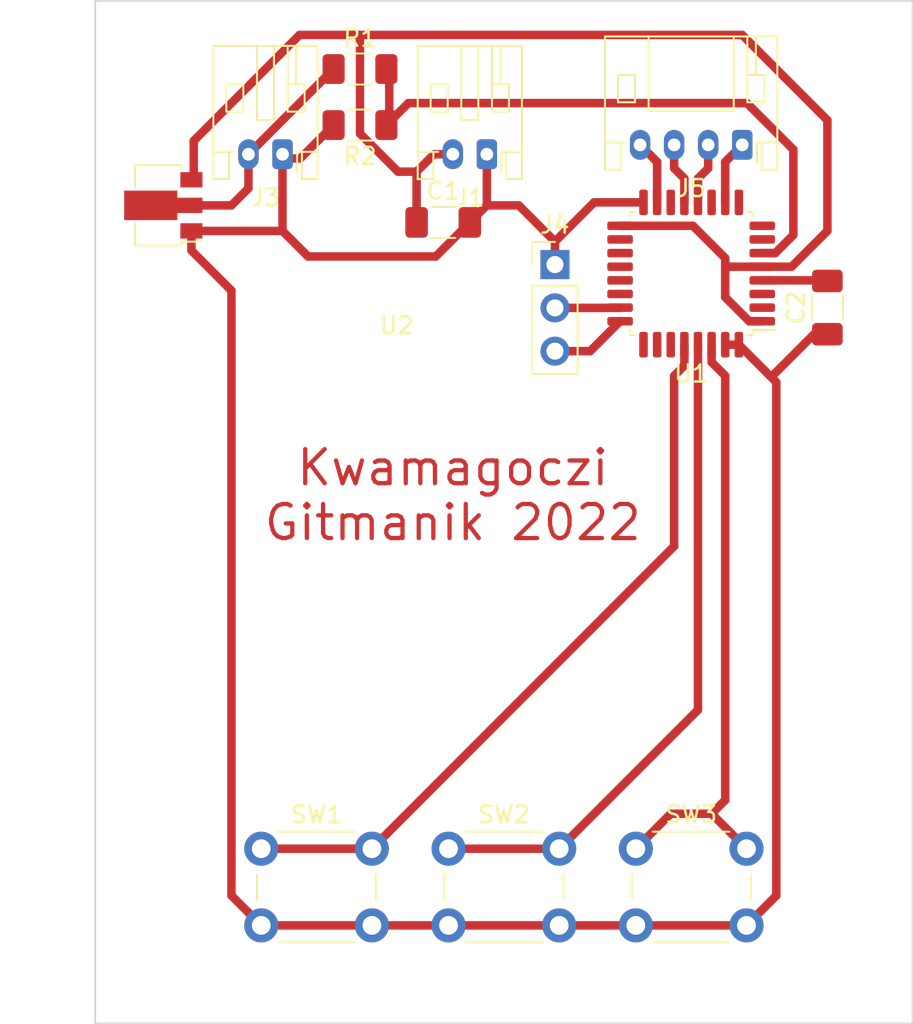
<source format=kicad_pcb>
(kicad_pcb (version 20211014) (generator pcbnew)
  (layers (0 "F.Cu" mixed) (31 "B.Cu" jumper) (34 "B.Paste" user) (35 "F.Paste" user) (36 "B.SilkS" user "B.Silkscreen") (37 "F.SilkS" user "F.Silkscreen") (38 "B.Mask" user) (39 "F.Mask" user) (44 "Edge.Cuts" user))
  (net 0 "")
  (net 1 "GND")
  (net 2 "E_RST")
  (net 3 "E_DC")
  (net 4 "+3V3")
  (net 5 "E_CLK")
  (net 6 "E_MOSI")
  (net 7 "B1")
  (net 8 "B3")
  (net 9 "Net-(C2-Pad2)")
  (net 10 "B2")
  (net 11 "SWDIO")
  (net 12 "SWCLK")
  (net 13 "BAT")
  (net 21 "Net-(J3-Pad2)")
  (footprint "Capacitor_SMD:C_1206_3216Metric_Pad1.33x1.80mm_HandSolder" (layer "F.Cu") (at 64 68 90)
    (fp_text reference "C2" (at 0 -1.85 90) (layer "F.SilkS"))
    (fp_text value "100n")
    (fp_line (start -0.711252 0.91) (end 0.711252 0.91) (layer "F.SilkS") (width 0.12))
    (fp_line (start -0.711252 -0.91) (end 0.711252 -0.91) (layer "F.SilkS") (width 0.12))
    (pad "1" smd roundrect (at -1.5625 0 90) (size 1.325 1.8) (layers "F.Cu" "F.Paste" "F.Mask") (roundrect_rratio 0.188679) (net 1 "GND"))
    (pad "2" smd roundrect (at 1.5625 0 90) (size 1.325 1.8) (layers "F.Cu" "F.Paste" "F.Mask") (roundrect_rratio 0.188679) (net 9 "Net-(C2-Pad2)"))
  )
  (footprint "Button_Switch_THT:SW_PUSH_6mm_H7.3mm" (layer "F.Cu") (at 30.75 99.75)
    (fp_text reference "SW1" (at 3.25 -2) (layer "F.SilkS"))
    (fp_text value "Button1")
    (fp_line (start 5.5 -1) (end 1 -1) (layer "F.SilkS") (width 0.12))
    (fp_line (start 1 5.5) (end 5.5 5.5) (layer "F.SilkS") (width 0.12))
    (fp_line (start 6.75 3) (end 6.75 1.5) (layer "F.SilkS") (width 0.12))
    (fp_line (start -0.25 1.5) (end -0.25 3) (layer "F.SilkS") (width 0.12))
    (pad "1" thru_hole circle (at 0 0 90) (size 2 2) (drill 1.1) (layers *.Cu *.Mask) (net 7 "B1"))
    (pad "1" thru_hole circle (at 6.5 0 90) (size 2 2) (drill 1.1) (layers *.Cu *.Mask) (net 7 "B1"))
    (pad "2" thru_hole circle (at 0 4.5 90) (size 2 2) (drill 1.1) (layers *.Cu *.Mask) (net 1 "GND"))
    (pad "2" thru_hole circle (at 6.5 4.5 90) (size 2 2) (drill 1.1) (layers *.Cu *.Mask) (net 1 "GND"))
  )
  (footprint "Resistor_SMD:R_1206_3216Metric_Pad1.30x1.75mm_HandSolder" (layer "F.Cu") (at 36.55 57.29 180)
    (fp_text reference "R2" (at 0 -1.82) (layer "F.SilkS"))
    (fp_text value "9.1k")
    (fp_line (start -0.727064 -0.91) (end 0.727064 -0.91) (layer "F.SilkS") (width 0.12))
    (fp_line (start -0.727064 0.91) (end 0.727064 0.91) (layer "F.SilkS") (width 0.12))
    (pad "1" smd roundrect (at -1.55 0 180) (size 1.3 1.75) (layers "F.Cu" "F.Paste" "F.Mask") (roundrect_rratio 0.192308) (net 13 "BAT"))
    (pad "2" smd roundrect (at 1.55 0 180) (size 1.3 1.75) (layers "F.Cu" "F.Paste" "F.Mask") (roundrect_rratio 0.192308) (net 1 "GND"))
  )
  (footprint "Button_Switch_THT:SW_PUSH_6mm_H7.3mm" (layer "F.Cu") (at 52.75 99.75)
    (fp_text reference "SW3" (at 3.25 -2) (layer "F.SilkS"))
    (fp_text value "Button3")
    (fp_line (start -0.25 1.5) (end -0.25 3) (layer "F.SilkS") (width 0.12))
    (fp_line (start 6.75 3) (end 6.75 1.5) (layer "F.SilkS") (width 0.12))
    (fp_line (start 5.5 -1) (end 1 -1) (layer "F.SilkS") (width 0.12))
    (fp_line (start 1 5.5) (end 5.5 5.5) (layer "F.SilkS") (width 0.12))
    (pad "1" thru_hole circle (at 0 0 90) (size 2 2) (drill 1.1) (layers *.Cu *.Mask) (net 8 "B3"))
    (pad "1" thru_hole circle (at 6.5 0 90) (size 2 2) (drill 1.1) (layers *.Cu *.Mask) (net 8 "B3"))
    (pad "2" thru_hole circle (at 0 4.5 90) (size 2 2) (drill 1.1) (layers *.Cu *.Mask) (net 1 "GND"))
    (pad "2" thru_hole circle (at 6.5 4.5 90) (size 2 2) (drill 1.1) (layers *.Cu *.Mask) (net 1 "GND"))
  )
  (footprint "Button_Switch_THT:SW_PUSH_6mm_H7.3mm" (layer "F.Cu") (at 41.75 99.75)
    (fp_text reference "SW2" (at 3.25 -2) (layer "F.SilkS"))
    (fp_text value "Button2")
    (fp_line (start 5.5 -1) (end 1 -1) (layer "F.SilkS") (width 0.12))
    (fp_line (start 6.75 3) (end 6.75 1.5) (layer "F.SilkS") (width 0.12))
    (fp_line (start 1 5.5) (end 5.5 5.5) (layer "F.SilkS") (width 0.12))
    (fp_line (start -0.25 1.5) (end -0.25 3) (layer "F.SilkS") (width 0.12))
    (pad "1" thru_hole circle (at 0 0 90) (size 2 2) (drill 1.1) (layers *.Cu *.Mask) (net 10 "B2"))
    (pad "1" thru_hole circle (at 6.5 0 90) (size 2 2) (drill 1.1) (layers *.Cu *.Mask) (net 10 "B2"))
    (pad "2" thru_hole circle (at 0 4.5 90) (size 2 2) (drill 1.1) (layers *.Cu *.Mask) (net 1 "GND"))
    (pad "2" thru_hole circle (at 6.5 4.5 90) (size 2 2) (drill 1.1) (layers *.Cu *.Mask) (net 1 "GND"))
  )
  (footprint "Connector_JST:JST_PH_S2B-PH-K_1x02_P2.00mm_Horizontal" (layer "F.Cu") (at 44 59 180)
    (fp_text reference "J1" (at 1 -2.55) (layer "F.SilkS"))
    (fp_text value "LCD_PWR")
    (fp_line (start -1.3 2.5) (end -1.3 4.1) (layer "F.SilkS") (width 0.12))
    (fp_line (start -0.8 4.1) (end -0.8 6.36) (layer "F.SilkS") (width 0.12))
    (fp_line (start 0.5 6.36) (end 0.5 2) (layer "F.SilkS") (width 0.12))
    (fp_line (start 3.3 4.1) (end 2.3 4.1) (layer "F.SilkS") (width 0.12))
    (fp_line (start -1.14 0.14) (end -1.14 -1.46) (layer "F.SilkS") (width 0.12))
    (fp_line (start -2.06 6.36) (end 4.06 6.36) (layer "F.SilkS") (width 0.12))
    (fp_line (start 3.14 -1.46) (end 3.14 0.14) (layer "F.SilkS") (width 0.12))
    (fp_line (start -0.3 4.1) (end -0.3 2.5) (layer "F.SilkS") (width 0.12))
    (fp_line (start 2.3 2.5) (end 3.3 2.5) (layer "F.SilkS") (width 0.12))
    (fp_line (start 2.3 4.1) (end 2.3 2.5) (layer "F.SilkS") (width 0.12))
    (fp_line (start -0.86 0.14) (end -0.86 -1.075) (layer "F.SilkS") (width 0.12))
    (fp_line (start -2.06 -1.46) (end -2.06 6.36) (layer "F.SilkS") (width 0.12))
    (fp_line (start 3.14 0.14) (end 2.86 0.14) (layer "F.SilkS") (width 0.12))
    (fp_line (start -1.3 4.1) (end -0.3 4.1) (layer "F.SilkS") (width 0.12))
    (fp_line (start -0.86 0.14) (end -1.14 0.14) (layer "F.SilkS") (width 0.12))
    (fp_line (start 1.5 2) (end 1.5 6.36) (layer "F.SilkS") (width 0.12))
    (fp_line (start 3.3 2.5) (end 3.3 4.1) (layer "F.SilkS") (width 0.12))
    (fp_line (start 4.06 6.36) (end 4.06 -1.46) (layer "F.SilkS") (width 0.12))
    (fp_line (start -1.14 -1.46) (end -2.06 -1.46) (layer "F.SilkS") (width 0.12))
    (fp_line (start 0.5 2) (end 1.5 2) (layer "F.SilkS") (width 0.12))
    (fp_line (start -0.3 2.5) (end -1.3 2.5) (layer "F.SilkS") (width 0.12))
    (fp_line (start 4.06 -1.46) (end 3.14 -1.46) (layer "F.SilkS") (width 0.12))
    (fp_line (start -2.06 0.14) (end -1.14 0.14) (layer "F.SilkS") (width 0.12))
    (fp_line (start 4.06 0.14) (end 3.14 0.14) (layer "F.SilkS") (width 0.12))
    (fp_line (start -0.3 4.1) (end -0.3 6.36) (layer "F.SilkS") (width 0.12))
    (pad "1" thru_hole roundrect (at 0 0 180) (size 1.2 1.75) (drill 0.75) (layers *.Cu *.Mask) (roundrect_rratio 0.208333) (net 1 "GND"))
    (pad "2" thru_hole oval (at 2 0 180) (size 1.2 1.75) (drill 0.75) (layers *.Cu *.Mask) (net 4 "+3V3"))
  )
  (footprint "Connector_JST:JST_PH_S4B-PH-K_1x04_P2.00mm_Horizontal" (layer "F.Cu") (at 59 58.45 180)
    (fp_text reference "J5" (at 3 -2.55) (layer "F.SilkS"))
    (fp_text value "LCD_SPI")
    (fp_line (start -1.3 2.5) (end -1.3 4.1) (layer "F.SilkS") (width 0.12))
    (fp_line (start -0.86 0.14) (end -0.86 -1.075) (layer "F.SilkS") (width 0.12))
    (fp_line (start 7.3 2.5) (end 7.3 4.1) (layer "F.SilkS") (width 0.12))
    (fp_line (start -2.06 -1.46) (end -2.06 6.36) (layer "F.SilkS") (width 0.12))
    (fp_line (start 7.14 0.14) (end 6.86 0.14) (layer "F.SilkS") (width 0.12))
    (fp_line (start -1.14 -1.46) (end -2.06 -1.46) (layer "F.SilkS") (width 0.12))
    (fp_line (start 0.5 6.36) (end 0.5 2) (layer "F.SilkS") (width 0.12))
    (fp_line (start -2.06 0.14) (end -1.14 0.14) (layer "F.SilkS") (width 0.12))
    (fp_line (start -0.3 4.1) (end -0.3 2.5) (layer "F.SilkS") (width 0.12))
    (fp_line (start 8.06 -1.46) (end 7.14 -1.46) (layer "F.SilkS") (width 0.12))
    (fp_line (start 6.3 4.1) (end 6.3 2.5) (layer "F.SilkS") (width 0.12))
    (fp_line (start 7.14 -1.46) (end 7.14 0.14) (layer "F.SilkS") (width 0.12))
    (fp_line (start -0.86 0.14) (end -1.14 0.14) (layer "F.SilkS") (width 0.12))
    (fp_line (start -2.06 6.36) (end 8.06 6.36) (layer "F.SilkS") (width 0.12))
    (fp_line (start 7.3 4.1) (end 6.3 4.1) (layer "F.SilkS") (width 0.12))
    (fp_line (start 0.5 2) (end 5.5 2) (layer "F.SilkS") (width 0.12))
    (fp_line (start 8.06 6.36) (end 8.06 -1.46) (layer "F.SilkS") (width 0.12))
    (fp_line (start -1.3 4.1) (end -0.3 4.1) (layer "F.SilkS") (width 0.12))
    (fp_line (start -1.14 0.14) (end -1.14 -1.46) (layer "F.SilkS") (width 0.12))
    (fp_line (start -0.3 4.1) (end -0.3 6.36) (layer "F.SilkS") (width 0.12))
    (fp_line (start 8.06 0.14) (end 7.14 0.14) (layer "F.SilkS") (width 0.12))
    (fp_line (start 5.5 2) (end 5.5 6.36) (layer "F.SilkS") (width 0.12))
    (fp_line (start -0.8 4.1) (end -0.8 6.36) (layer "F.SilkS") (width 0.12))
    (fp_line (start -0.3 2.5) (end -1.3 2.5) (layer "F.SilkS") (width 0.12))
    (fp_line (start 6.3 2.5) (end 7.3 2.5) (layer "F.SilkS") (width 0.12))
    (pad "1" thru_hole roundrect (at 0 0 180) (size 1.2 1.75) (drill 0.75) (layers *.Cu *.Mask) (roundrect_rratio 0.208333) (net 5 "E_CLK"))
    (pad "2" thru_hole oval (at 2 0 180) (size 1.2 1.75) (drill 0.75) (layers *.Cu *.Mask) (net 6 "E_MOSI"))
    (pad "3" thru_hole oval (at 4 0 180) (size 1.2 1.75) (drill 0.75) (layers *.Cu *.Mask) (net 3 "E_DC"))
    (pad "4" thru_hole oval (at 6 0 180) (size 1.2 1.75) (drill 0.75) (layers *.Cu *.Mask) (net 2 "E_RST"))
  )
  (footprint "Package_QFP:LQFP-32_7x7mm_P0.8mm" (layer "F.Cu") (at 56 66 180)
    (fp_text reference "U1" (at 0 -5.88) (layer "F.SilkS"))
    (fp_text value "STM32L051K6Tx")
    (fp_line (start -3.31 -3.61) (end -3.61 -3.61) (layer "F.SilkS") (width 0.12))
    (fp_line (start -3.61 -3.61) (end -3.61 -3.31) (layer "F.SilkS") (width 0.12))
    (fp_line (start 3.31 3.61) (end 3.61 3.61) (layer "F.SilkS") (width 0.12))
    (fp_line (start 3.31 -3.61) (end 3.61 -3.61) (layer "F.SilkS") (width 0.12))
    (fp_line (start 3.61 -3.61) (end 3.61 -3.31) (layer "F.SilkS") (width 0.12))
    (fp_line (start -3.31 3.61) (end -3.61 3.61) (layer "F.SilkS") (width 0.12))
    (fp_line (start -3.61 -3.31) (end -4.925 -3.31) (layer "F.SilkS") (width 0.12))
    (fp_line (start -3.61 3.61) (end -3.61 3.31) (layer "F.SilkS") (width 0.12))
    (fp_line (start 3.61 3.61) (end 3.61 3.31) (layer "F.SilkS") (width 0.12))
    (pad "1" smd roundrect (at -4.175 -2.8 180) (size 1.5 0.5) (layers "F.Cu" "F.Paste" "F.Mask") (net 4 "+3V3"))
    (pad "2" smd roundrect (at -4.175 -2 180) (size 1.5 0.5) (layers "F.Cu" "F.Paste" "F.Mask"))
    (pad "3" smd roundrect (at -4.175 -1.2 180) (size 1.5 0.5) (layers "F.Cu" "F.Paste" "F.Mask"))
    (pad "4" smd roundrect (at -4.175 -0.4 180) (size 1.5 0.5) (layers "F.Cu" "F.Paste" "F.Mask") (net 9 "Net-(C2-Pad2)"))
    (pad "5" smd roundrect (at -4.175 0.4 180) (size 1.5 0.5) (layers "F.Cu" "F.Paste" "F.Mask") (net 4 "+3V3"))
    (pad "6" smd roundrect (at -4.175 1.2 180) (size 1.5 0.5) (layers "F.Cu" "F.Paste" "F.Mask") (net 13 "BAT"))
    (pad "7" smd roundrect (at -4.175 2 180) (size 1.5 0.5) (layers "F.Cu" "F.Paste" "F.Mask"))
    (pad "8" smd roundrect (at -4.175 2.8 180) (size 1.5 0.5) (layers "F.Cu" "F.Paste" "F.Mask"))
    (pad "9" smd roundrect (at -2.8 4.175 180) (size 0.5 1.5) (layers "F.Cu" "F.Paste" "F.Mask"))
    (pad "10" smd roundrect (at -2 4.175 180) (size 0.5 1.5) (layers "F.Cu" "F.Paste" "F.Mask") (net 5 "E_CLK"))
    (pad "11" smd roundrect (at -1.2 4.175 180) (size 0.5 1.5) (layers "F.Cu" "F.Paste" "F.Mask"))
    (pad "12" smd roundrect (at -0.4 4.175 180) (size 0.5 1.5) (layers "F.Cu" "F.Paste" "F.Mask") (net 6 "E_MOSI"))
    (pad "13" smd roundrect (at 0.4 4.175 180) (size 0.5 1.5) (layers "F.Cu" "F.Paste" "F.Mask") (net 3 "E_DC"))
    (pad "14" smd roundrect (at 1.2 4.175 180) (size 0.5 1.5) (layers "F.Cu" "F.Paste" "F.Mask"))
    (pad "15" smd roundrect (at 2 4.175 180) (size 0.5 1.5) (layers "F.Cu" "F.Paste" "F.Mask") (net 2 "E_RST"))
    (pad "16" smd roundrect (at 2.8 4.175 180) (size 0.5 1.5) (layers "F.Cu" "F.Paste" "F.Mask") (net 1 "GND"))
    (pad "17" smd roundrect (at 4.175 2.8 180) (size 1.5 0.5) (layers "F.Cu" "F.Paste" "F.Mask") (net 4 "+3V3"))
    (pad "18" smd roundrect (at 4.175 2 180) (size 1.5 0.5) (layers "F.Cu" "F.Paste" "F.Mask"))
    (pad "19" smd roundrect (at 4.175 1.2 180) (size 1.5 0.5) (layers "F.Cu" "F.Paste" "F.Mask"))
    (pad "20" smd roundrect (at 4.175 0.4 180) (size 1.5 0.5) (layers "F.Cu" "F.Paste" "F.Mask"))
    (pad "21" smd roundrect (at 4.175 -0.4 180) (size 1.5 0.5) (layers "F.Cu" "F.Paste" "F.Mask"))
    (pad "22" smd roundrect (at 4.175 -1.2 180) (size 1.5 0.5) (layers "F.Cu" "F.Paste" "F.Mask"))
    (pad "23" smd roundrect (at 4.175 -2 180) (size 1.5 0.5) (layers "F.Cu" "F.Paste" "F.Mask") (net 11 "SWDIO"))
    (pad "24" smd roundrect (at 4.175 -2.8 180) (size 1.5 0.5) (layers "F.Cu" "F.Paste" "F.Mask") (net 12 "SWCLK"))
    (pad "25" smd roundrect (at 2.8 -4.175 180) (size 0.5 1.5) (layers "F.Cu" "F.Paste" "F.Mask"))
    (pad "26" smd roundrect (at 2 -4.175 180) (size 0.5 1.5) (layers "F.Cu" "F.Paste" "F.Mask"))
    (pad "27" smd roundrect (at 1.2 -4.175 180) (size 0.5 1.5) (layers "F.Cu" "F.Paste" "F.Mask"))
    (pad "28" smd roundrect (at 0.4 -4.175 180) (size 0.5 1.5) (layers "F.Cu" "F.Paste" "F.Mask") (net 7 "B1"))
    (pad "29" smd roundrect (at -0.4 -4.175 180) (size 0.5 1.5) (layers "F.Cu" "F.Paste" "F.Mask") (net 10 "B2"))
    (pad "30" smd roundrect (at -1.2 -4.175 180) (size 0.5 1.5) (layers "F.Cu" "F.Paste" "F.Mask") (net 8 "B3"))
    (pad "31" smd roundrect (at -2 -4.175 180) (size 0.5 1.5) (layers "F.Cu" "F.Paste" "F.Mask") (net 1 "GND"))
    (pad "32" smd roundrect (at -2.8 -4.175 180) (size 0.5 1.5) (layers "F.Cu" "F.Paste" "F.Mask") (net 1 "GND"))
  )
  (footprint "Package_TO_SOT_SMD:SOT-89-3" (layer "F.Cu") (at 25 62 180)
    (fp_text reference "U2" (at -13.7 -7.05) (layer "F.SilkS"))
    (fp_text value "MCP1700-3302E_SOT89")
    (fp_line (start -1.06 2.36) (end -1.06 2.13) (layer "F.SilkS") (width 0.12))
    (fp_line (start -1.06 -2.36) (end -1.06 -2.13) (layer "F.SilkS") (width 0.12))
    (fp_line (start 1.66 1.05) (end 1.66 2.36) (layer "F.SilkS") (width 0.12))
    (fp_line (start -1.06 -2.36) (end 1.66 -2.36) (layer "F.SilkS") (width 0.12))
    (fp_line (start 1.66 -2.36) (end 1.66 -1.05) (layer "F.SilkS") (width 0.12))
    (fp_line (start 1.66 2.36) (end -1.06 2.36) (layer "F.SilkS") (width 0.12))
    (fp_line (start -2.2 -2.13) (end -1.06 -2.13) (layer "F.SilkS") (width 0.12))
    (pad "1" smd rect (at -1.65 -1.5 180) (size 1.3 0.9) (layers "F.Cu" "F.Paste" "F.Mask") (net 1 "GND"))
    (pad "2" smd custom (at -1.5625 0 180) (size 1.475 0.9) (layers "F.Cu" "F.Paste" "F.Mask") (net 21 "Net-(J3-Pad2)") (options (clearance outline) (anchor rect)) (primitives (gr_poly (pts (xy 3.8625 0.8665) (xy 0.7375 0.8665) (xy 0.7375 -0.8665) (xy 3.8625 -0.8665)) (width 0) (fill yes))))
    (pad "3" smd rect (at -1.65 1.5 180) (size 1.3 0.9) (layers "F.Cu" "F.Paste" "F.Mask") (net 4 "+3V3"))
  )
  (footprint "Capacitor_SMD:C_1206_3216Metric_Pad1.33x1.80mm_HandSolder" (layer "F.Cu") (at 41.4375 63)
    (fp_text reference "C1" (at 0 -1.85) (layer "F.SilkS"))
    (fp_text value "1uF")
    (fp_line (start -0.711252 -0.91) (end 0.711252 -0.91) (layer "F.SilkS") (width 0.12))
    (fp_line (start -0.711252 0.91) (end 0.711252 0.91) (layer "F.SilkS") (width 0.12))
    (pad "1" smd roundrect (at -1.5625 0) (size 1.325 1.8) (layers "F.Cu" "F.Paste" "F.Mask") (roundrect_rratio 0.188679) (net 4 "+3V3"))
    (pad "2" smd roundrect (at 1.5625 0) (size 1.325 1.8) (layers "F.Cu" "F.Paste" "F.Mask") (roundrect_rratio 0.188679) (net 1 "GND"))
  )
  (footprint "Connector_PinHeader_2.54mm:PinHeader_1x03_P2.54mm_Vertical" (layer "F.Cu") (at 48 65.475)
    (fp_text reference "J4" (at 0 -2.33) (layer "F.SilkS"))
    (fp_text value "Conn_01x03")
    (fp_line (start -1.33 6.41) (end 1.33 6.41) (layer "F.SilkS") (width 0.12))
    (fp_line (start -1.33 1.27) (end -1.33 6.41) (layer "F.SilkS") (width 0.12))
    (fp_line (start -1.33 1.27) (end 1.33 1.27) (layer "F.SilkS") (width 0.12))
    (fp_line (start -1.33 0) (end -1.33 -1.33) (layer "F.SilkS") (width 0.12))
    (fp_line (start 1.33 1.27) (end 1.33 6.41) (layer "F.SilkS") (width 0.12))
    (fp_line (start -1.33 -1.33) (end 0 -1.33) (layer "F.SilkS") (width 0.12))
    (pad "1" thru_hole rect (at 0 0) (size 1.7 1.7) (drill 1) (layers *.Cu *.Mask) (net 1 "GND"))
    (pad "2" thru_hole oval (at 0 2.54) (size 1.7 1.7) (drill 1) (layers *.Cu *.Mask) (net 11 "SWDIO"))
    (pad "3" thru_hole oval (at 0 5.08) (size 1.7 1.7) (drill 1) (layers *.Cu *.Mask) (net 12 "SWCLK"))
  )
  (footprint "Connector_JST:JST_PH_S2B-PH-K_1x02_P2.00mm_Horizontal" (layer "F.Cu") (at 32 59 180)
    (fp_text reference "J3" (at 1 -2.55) (layer "F.SilkS"))
    (fp_text value "BAT_IN")
    (fp_line (start -1.14 -1.46) (end -2.06 -1.46) (layer "F.SilkS") (width 0.12))
    (fp_line (start -0.86 0.14) (end -0.86 -1.075) (layer "F.SilkS") (width 0.12))
    (fp_line (start -1.3 4.1) (end -0.3 4.1) (layer "F.SilkS") (width 0.12))
    (fp_line (start -0.3 2.5) (end -1.3 2.5) (layer "F.SilkS") (width 0.12))
    (fp_line (start -2.06 6.36) (end 4.06 6.36) (layer "F.SilkS") (width 0.12))
    (fp_line (start 3.14 0.14) (end 2.86 0.14) (layer "F.SilkS") (width 0.12))
    (fp_line (start -0.86 0.14) (end -1.14 0.14) (layer "F.SilkS") (width 0.12))
    (fp_line (start 3.14 -1.46) (end 3.14 0.14) (layer "F.SilkS") (width 0.12))
    (fp_line (start 0.5 2) (end 1.5 2) (layer "F.SilkS") (width 0.12))
    (fp_line (start 4.06 -1.46) (end 3.14 -1.46) (layer "F.SilkS") (width 0.12))
    (fp_line (start -2.06 0.14) (end -1.14 0.14) (layer "F.SilkS") (width 0.12))
    (fp_line (start -0.8 4.1) (end -0.8 6.36) (layer "F.SilkS") (width 0.12))
    (fp_line (start 0.5 6.36) (end 0.5 2) (layer "F.SilkS") (width 0.12))
    (fp_line (start 3.3 4.1) (end 2.3 4.1) (layer "F.SilkS") (width 0.12))
    (fp_line (start -2.06 -1.46) (end -2.06 6.36) (layer "F.SilkS") (width 0.12))
    (fp_line (start 3.3 2.5) (end 3.3 4.1) (layer "F.SilkS") (width 0.12))
    (fp_line (start 2.3 4.1) (end 2.3 2.5) (layer "F.SilkS") (width 0.12))
    (fp_line (start 2.3 2.5) (end 3.3 2.5) (layer "F.SilkS") (width 0.12))
    (fp_line (start -0.3 4.1) (end -0.3 6.36) (layer "F.SilkS") (width 0.12))
    (fp_line (start -1.14 0.14) (end -1.14 -1.46) (layer "F.SilkS") (width 0.12))
    (fp_line (start -0.3 4.1) (end -0.3 2.5) (layer "F.SilkS") (width 0.12))
    (fp_line (start 1.5 2) (end 1.5 6.36) (layer "F.SilkS") (width 0.12))
    (fp_line (start -1.3 2.5) (end -1.3 4.1) (layer "F.SilkS") (width 0.12))
    (fp_line (start 4.06 6.36) (end 4.06 -1.46) (layer "F.SilkS") (width 0.12))
    (fp_line (start 4.06 0.14) (end 3.14 0.14) (layer "F.SilkS") (width 0.12))
    (pad "1" thru_hole roundrect (at 0 0 180) (size 1.2 1.75) (drill 0.75) (layers *.Cu *.Mask) (roundrect_rratio 0.208333) (net 1 "GND"))
    (pad "2" thru_hole oval (at 2 0 180) (size 1.2 1.75) (drill 0.75) (layers *.Cu *.Mask) (net 21 "Net-(J3-Pad2)"))
  )
  (footprint "Resistor_SMD:R_1206_3216Metric_Pad1.30x1.75mm_HandSolder" (layer "F.Cu") (at 36.55 54)
    (fp_text reference "R1" (at 0 -1.82) (layer "F.SilkS"))
    (fp_text value "4.3k")
    (fp_line (start -0.727064 -0.91) (end 0.727064 -0.91) (layer "F.SilkS") (width 0.12))
    (fp_line (start -0.727064 0.91) (end 0.727064 0.91) (layer "F.SilkS") (width 0.12))
    (pad "1" smd roundrect (at -1.55 0) (size 1.3 1.75) (layers "F.Cu" "F.Paste" "F.Mask") (roundrect_rratio 0.192308) (net 21 "Net-(J3-Pad2)"))
    (pad "2" smd roundrect (at 1.55 0) (size 1.3 1.75) (layers "F.Cu" "F.Paste" "F.Mask") (roundrect_rratio 0.192308) (net 13 "BAT"))
  )
  (gr_line (start 21 110) (end 21 50) (layer "Edge.Cuts") (width 0.1))
  (gr_line (start 69 110) (end 21 110) (layer "Edge.Cuts") (width 0.1))
  (gr_line (start 21 50) (end 69 50) (layer "Edge.Cuts") (width 0.1))
  (gr_line (start 69 50) (end 69 110) (layer "Edge.Cuts") (width 0.1))
  (gr_text "Kwamagoczi\nGitmanik 2022" (at 42 79) (layer "F.Cu") (effects (font (size 2 2) (thickness 0.25))))
  (segment (start 32.5 59.25) (end 32 59.75) (width 0.5) (layer "F.Cu") (net 1))
  (segment (start 58 70.175) (end 58.8 70.175) (width 0.5) (layer "F.Cu") (net 1))
  (segment (start 64 69.5625) (end 63.2153 69.5625) (width 0.5) (layer "F.Cu") (net 1))
  (segment (start 63.2153 69.5625) (end 60.7014 72.0764) (width 0.5) (layer "F.Cu") (net 1))
  (segment (start 53.2 61.825) (end 50.3 61.825) (width 0.5) (layer "F.Cu") (net 1))
  (segment (start 61 102.5) (end 61 72.375) (width 0.5) (layer "F.Cu") (net 1))
  (segment (start 60.7014 72.0764) (end 58.8 70.175) (width 0.5) (layer "F.Cu") (net 1))
  (segment (start 48 64.125) (end 45.875 62) (width 0.5) (layer "F.Cu") (net 1))
  (segment (start 32 59.75) (end 32 63.5) (width 0.5) (layer "F.Cu") (net 1))
  (segment (start 26.65 63.5) (end 32 63.5) (width 0.5) (layer "F.Cu") (net 1))
  (segment (start 26.65 64.65) (end 29 67) (width 0.5) (layer "F.Cu") (net 1))
  (segment (start 33.5 65) (end 41 65) (width 0.5) (layer "F.Cu") (net 1))
  (segment (start 44 62) (end 44 59) (width 0.5) (layer "F.Cu") (net 1))
  (segment (start 59.25 104.25) (end 52.75 104.25) (width 0.5) (layer "F.Cu") (net 1))
  (segment (start 33.04 59.25) (end 35 57.29) (width 0.5) (layer "F.Cu") (net 1))
  (segment (start 45.875 62) (end 44 62) (width 0.5) (layer "F.Cu") (net 1))
  (segment (start 41 65) (end 43 63) (width 0.5) (layer "F.Cu") (net 1))
  (segment (start 26.65 63.5) (end 26.65 64.65) (width 0.5) (layer "F.Cu") (net 1))
  (segment (start 29 67) (end 29 102.5) (width 0.5) (layer "F.Cu") (net 1))
  (segment (start 50.3 61.825) (end 48 64.125) (width 0.5) (layer "F.Cu") (net 1))
  (segment (start 61 72.375) (end 60.7014 72.0764) (width 0.5) (layer "F.Cu") (net 1))
  (segment (start 48.25 104.25) (end 41.75 104.25) (width 0.5) (layer "F.Cu") (net 1))
  (segment (start 32.25 59.25) (end 32.5 59.25) (width 0.5) (layer "F.Cu") (net 1))
  (segment (start 44 62) (end 43 63) (width 0.5) (layer "F.Cu") (net 1))
  (segment (start 32 59) (end 32.25 59.25) (width 0.5) (layer "F.Cu") (net 1))
  (segment (start 29 102.5) (end 30.75 104.25) (width 0.5) (layer "F.Cu") (net 1))
  (segment (start 32 63.5) (end 33.5 65) (width 0.5) (layer "F.Cu") (net 1))
  (segment (start 32.5 59.25) (end 33.04 59.25) (width 0.5) (layer "F.Cu") (net 1))
  (segment (start 52.75 104.25) (end 48.25 104.25) (width 0.5) (layer "F.Cu") (net 1))
  (segment (start 41.75 104.25) (end 37.25 104.25) (width 0.5) (layer "F.Cu") (net 1))
  (segment (start 30.75 104.25) (end 37.25 104.25) (width 0.5) (layer "F.Cu") (net 1))
  (segment (start 48 65.475) (end 48 64.125) (width 0.5) (layer "F.Cu") (net 1))
  (segment (start 59.25 104.25) (end 61 102.5) (width 0.5) (layer "F.Cu") (net 1))
  (segment (start 54 59.45) (end 53 58.45) (width 0.5) (layer "F.Cu") (net 2))
  (segment (start 54 61.825) (end 54 59.45) (width 0.5) (layer "F.Cu") (net 2))
  (segment (start 55 58.45) (end 55 59.825) (width 0.5) (layer "F.Cu") (net 3))
  (segment (start 55.6 60.425) (end 55 59.825) (width 0.5) (layer "F.Cu") (net 3))
  (segment (start 55.6 61.825) (end 55.6 60.425) (width 0.5) (layer "F.Cu") (net 3))
  (segment (start 59 52) (end 36 52) (width 0.5) (layer "F.Cu") (net 4))
  (segment (start 39.875 60.025) (end 40.9 59) (width 0.5) (layer "F.Cu") (net 4))
  (segment (start 58 67.3914) (end 59.4086 68.8) (width 0.5) (layer "F.Cu") (net 4))
  (segment (start 58 66.0481) (end 58 67.3914) (width 0.5) (layer "F.Cu") (net 4))
  (segment (start 60.175 65.6) (end 58 65.6) (width 0.5) (layer "F.Cu") (net 4))
  (segment (start 58 65.0945) (end 58 66.0481) (width 0.5) (layer "F.Cu") (net 4))
  (segment (start 42 59) (end 40.9 59) (width 0.5) (layer "F.Cu") (net 4))
  (segment (start 38.7855 60.025) (end 36.55 57.7895) (width 0.5) (layer "F.Cu") (net 4))
  (segment (start 51.825 63.2) (end 56.1055 63.2) (width 0.5) (layer "F.Cu") (net 4))
  (segment (start 36.55 52) (end 33 52) (width 0.5) (layer "F.Cu") (net 4))
  (segment (start 33 52) (end 26.7871 58.2129) (width 0.5) (layer "F.Cu") (net 4))
  (segment (start 36.55 57.7895) (end 36.55 52) (width 0.5) (layer "F.Cu") (net 4))
  (segment (start 64 63.5) (end 64 57) (width 0.5) (layer "F.Cu") (net 4))
  (segment (start 26.7871 58.2129) (end 26.7871 60.195) (width 0.5) (layer "F.Cu") (net 4))
  (segment (start 64 57) (end 59 52) (width 0.5) (layer "F.Cu") (net 4))
  (segment (start 60.175 65.6) (end 61.9 65.6) (width 0.5) (layer "F.Cu") (net 4))
  (segment (start 39.875 63) (end 39.875 60.025) (width 0.5) (layer "F.Cu") (net 4))
  (segment (start 56.1055 63.2) (end 58 65.0945) (width 0.5) (layer "F.Cu") (net 4))
  (segment (start 59.4086 68.8) (end 60.175 68.8) (width 0.5) (layer "F.Cu") (net 4))
  (segment (start 61.9 65.6) (end 64 63.5) (width 0.5) (layer "F.Cu") (net 4))
  (segment (start 39.875 60.025) (end 38.7855 60.025) (width 0.5) (layer "F.Cu") (net 4))
  (segment (start 58 59.45) (end 59 58.45) (width 0.5) (layer "F.Cu") (net 5))
  (segment (start 58 61.825) (end 58 59.45) (width 0.5) (layer "F.Cu") (net 5))
  (segment (start 57 58.45) (end 57 59.825) (width 0.5) (layer "F.Cu") (net 6))
  (segment (start 56.4 61.825) (end 56.4 60.425) (width 0.5) (layer "F.Cu") (net 6))
  (segment (start 56.4 60.425) (end 57 59.825) (width 0.5) (layer "F.Cu") (net 6))
  (segment (start 55.6 70.175) (end 55.6 71.4) (width 0.5) (layer "F.Cu") (net 7))
  (segment (start 55.6 71.4) (end 55 72) (width 0.5) (layer "F.Cu") (net 7))
  (segment (start 55 72) (end 55 82) (width 0.5) (layer "F.Cu") (net 7))
  (segment (start 37.25 99.75) (end 30.75 99.75) (width 0.5) (layer "F.Cu") (net 7))
  (segment (start 55 82) (end 37.25 99.75) (width 0.5) (layer "F.Cu") (net 7))
  (segment (start 57.2 71.2) (end 58 72) (width 0.5) (layer "F.Cu") (net 8))
  (segment (start 57.2 70.175) (end 57.2 71.2) (width 0.5) (layer "F.Cu") (net 8))
  (segment (start 54.8 97.7) (end 52.75 99.75) (width 0.5) (layer "F.Cu") (net 8))
  (segment (start 58 96.9) (end 57.2 97.7) (width 0.5) (layer "F.Cu") (net 8))
  (segment (start 57.2 97.7) (end 59.25 99.75) (width 0.5) (layer "F.Cu") (net 8))
  (segment (start 58 72) (end 58 96.9) (width 0.5) (layer "F.Cu") (net 8))
  (segment (start 57.2 97.7) (end 54.8 97.7) (width 0.5) (layer "F.Cu") (net 8))
  (segment (start 60.175 66.4) (end 63.9625 66.4) (width 0.5) (layer "F.Cu") (net 9))
  (segment (start 63.9625 66.4) (end 64 66.4375) (width 0.5) (layer "F.Cu") (net 9))
  (segment (start 48.25 99.75) (end 41.75 99.75) (width 0.5) (layer "F.Cu") (net 10))
  (segment (start 56.4 91.6) (end 48.25 99.75) (width 0.5) (layer "F.Cu") (net 10))
  (segment (start 56.4 70.175) (end 56.4 91.6) (width 0.5) (layer "F.Cu") (net 10))
  (segment (start 51.81 68.015) (end 51.825 68) (width 0.5) (layer "F.Cu") (net 11))
  (segment (start 48 68.015) (end 51.81 68.015) (width 0.5) (layer "F.Cu") (net 11))
  (segment (start 48 70.555) (end 50.07 70.555) (width 0.5) (layer "F.Cu") (net 12))
  (segment (start 50.07 70.555) (end 51.825 68.8) (width 0.5) (layer "F.Cu") (net 12))
  (segment (start 62 63.7393) (end 62 58.7266) (width 0.5) (layer "F.Cu") (net 13))
  (segment (start 38.2691 57.1209) (end 38.1 57.29) (width 0.5) (layer "F.Cu") (net 13))
  (segment (start 38.1 54) (end 38.2691 54.1691) (width 0.5) (layer "F.Cu") (net 13))
  (segment (start 39.39 56) (end 38.2691 57.1209) (width 0.5) (layer "F.Cu") (net 13))
  (segment (start 38.2691 54.1691) (end 38.2691 57.1209) (width 0.5) (layer "F.Cu") (net 13))
  (segment (start 62 58.7266) (end 59.2734 56) (width 0.5) (layer "F.Cu") (net 13))
  (segment (start 59.2734 56) (end 39.39 56) (width 0.5) (layer "F.Cu") (net 13))
  (segment (start 60.175 64.8) (end 60.9393 64.8) (width 0.5) (layer "F.Cu") (net 13))
  (segment (start 60.9393 64.8) (end 62 63.7393) (width 0.5) (layer "F.Cu") (net 13))
  (segment (start 35 54) (end 30 59) (width 0.5) (layer "F.Cu") (net 21))
  (segment (start 30 61) (end 29 62) (width 0.5) (layer "F.Cu") (net 21))
  (segment (start 29 62) (end 26.5625 62) (width 0.5) (layer "F.Cu") (net 21))
  (segment (start 30 59) (end 30 61) (width 0.5) (layer "F.Cu") (net 21))
)
</source>
